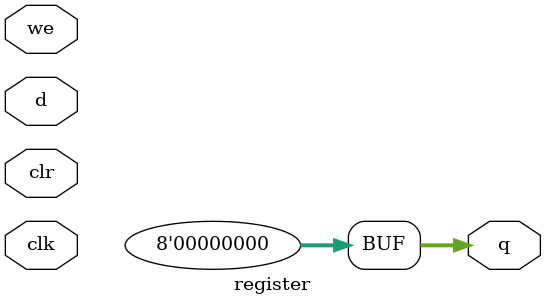
<source format=v>
`timescale 1ns / 1ps

module register(clk, clr, we, d, q);
  parameter N = 8;
  parameter V = 0;
  input clk, clr, we;
  input [N-1:0] d;
  output [N-1:0] q = V;
  reg [N-1:0] q;

  always @(posedge clk or posedge clr)
    begin
      if (clr)
        q = V;
      else if (clk)
        if (we)
          q = d;
    end
endmodule

</source>
